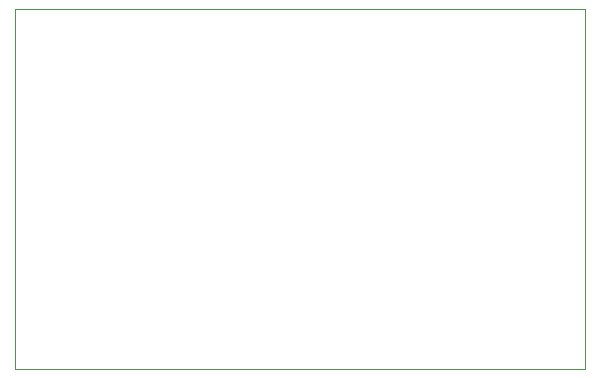
<source format=gbr>
%TF.GenerationSoftware,KiCad,Pcbnew,(5.1.10-1-10_14)*%
%TF.CreationDate,2021-10-31T04:10:36-04:00*%
%TF.ProjectId,Readout-DC-Board,52656164-6f75-4742-9d44-432d426f6172,rev?*%
%TF.SameCoordinates,Original*%
%TF.FileFunction,Profile,NP*%
%FSLAX46Y46*%
G04 Gerber Fmt 4.6, Leading zero omitted, Abs format (unit mm)*
G04 Created by KiCad (PCBNEW (5.1.10-1-10_14)) date 2021-10-31 04:10:36*
%MOMM*%
%LPD*%
G01*
G04 APERTURE LIST*
%TA.AperFunction,Profile*%
%ADD10C,0.050000*%
%TD*%
G04 APERTURE END LIST*
D10*
X124460000Y-127000000D02*
X76200000Y-127000000D01*
X124460000Y-96520000D02*
X124460000Y-127000000D01*
X76200000Y-96520000D02*
X124460000Y-96520000D01*
X76200000Y-127000000D02*
X76200000Y-96520000D01*
M02*

</source>
